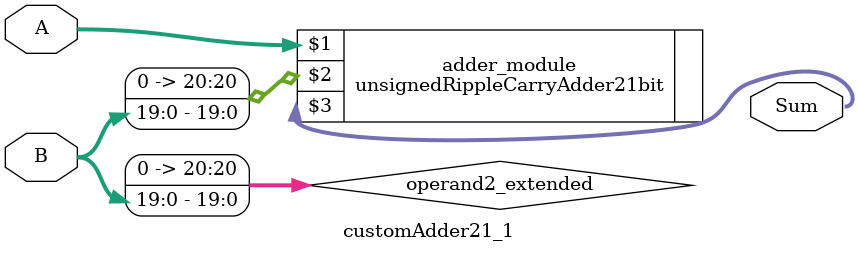
<source format=v>

module customAdder21_1(
                    input [20 : 0] A,
                    input [19 : 0] B,
                    
                    output [21 : 0] Sum
            );

    wire [20 : 0] operand2_extended;
    
    assign operand2_extended =  {1'b0, B};
    
    unsignedRippleCarryAdder21bit adder_module(
        A,
        operand2_extended,
        Sum
    );
    
endmodule
        
</source>
